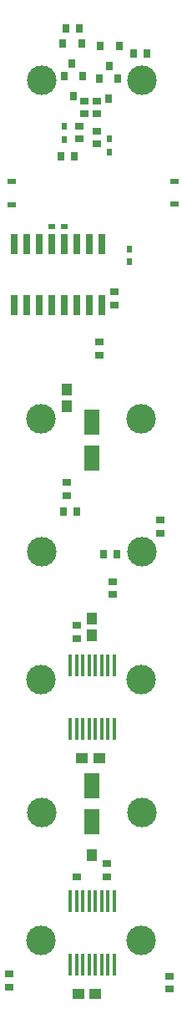
<source format=gtp>
G04 MADE WITH FRITZING*
G04 WWW.FRITZING.ORG*
G04 DOUBLE SIDED*
G04 HOLES PLATED*
G04 CONTOUR ON CENTER OF CONTOUR VECTOR*
%ASAXBY*%
%FSLAX23Y23*%
%MOIN*%
%OFA0B0*%
%SFA1.0B1.0*%
%ADD10C,0.118110*%
%ADD11R,0.035433X0.027559*%
%ADD12R,0.013780X0.086614*%
%ADD13R,0.062992X0.102362*%
%ADD14R,0.027559X0.035433*%
%ADD15R,0.019685X0.027559*%
%ADD16R,0.027559X0.019685*%
%ADD17R,0.026000X0.080000*%
%ADD18R,0.031496X0.035433*%
%ADD19R,0.032677X0.024803*%
%ADD20R,0.047244X0.043307*%
%ADD21R,0.043307X0.047244*%
%ADD22R,0.001000X0.001000*%
%LNPASTEMASK1*%
G90*
G70*
G54D10*
X191Y3687D03*
X191Y3687D03*
X591Y1804D03*
X591Y1804D03*
X590Y2334D03*
X590Y2334D03*
X591Y764D03*
X591Y764D03*
X590Y1294D03*
X590Y1294D03*
X590Y254D03*
X590Y254D03*
X190Y254D03*
X190Y254D03*
X191Y764D03*
X191Y764D03*
X190Y1294D03*
X190Y1294D03*
X191Y1804D03*
X191Y1804D03*
X190Y2334D03*
X190Y2334D03*
X591Y3687D03*
X591Y3687D03*
G54D11*
X331Y509D03*
X331Y1511D03*
X331Y1459D03*
G54D12*
X306Y159D03*
X331Y159D03*
X356Y159D03*
X381Y159D03*
X406Y159D03*
X431Y159D03*
X456Y159D03*
X481Y159D03*
X481Y411D03*
X456Y411D03*
X431Y411D03*
X406Y411D03*
X381Y411D03*
X356Y411D03*
X331Y411D03*
X306Y411D03*
G54D13*
X391Y729D03*
X391Y871D03*
X391Y2179D03*
X391Y2321D03*
G54D14*
X289Y3891D03*
X341Y3891D03*
G54D11*
X411Y3551D03*
X411Y3602D03*
G54D15*
X541Y2961D03*
X541Y3012D03*
G54D16*
X282Y3101D03*
X231Y3101D03*
G54D11*
X666Y1931D03*
X666Y1879D03*
G54D17*
X81Y2789D03*
X131Y2789D03*
X181Y2789D03*
X231Y2789D03*
X281Y2789D03*
X331Y2789D03*
X381Y2789D03*
X431Y2789D03*
X431Y3031D03*
X381Y3031D03*
X331Y3031D03*
X281Y3031D03*
X231Y3031D03*
X181Y3031D03*
X131Y3031D03*
X81Y3031D03*
G54D14*
X611Y3791D03*
X559Y3791D03*
G54D18*
X501Y3821D03*
X426Y3821D03*
X463Y3742D03*
X495Y3691D03*
X421Y3691D03*
X458Y3612D03*
G54D11*
X481Y2841D03*
X481Y2789D03*
G54D15*
X461Y3451D03*
X461Y3399D03*
G54D18*
X351Y3831D03*
X276Y3831D03*
X313Y3752D03*
X355Y3701D03*
X281Y3701D03*
X318Y3622D03*
G54D11*
X341Y3451D03*
X341Y3502D03*
X361Y3551D03*
X361Y3602D03*
G54D14*
X321Y3381D03*
X269Y3381D03*
G54D15*
X281Y3501D03*
X281Y3449D03*
G54D11*
X411Y3482D03*
X411Y3431D03*
G54D12*
X306Y1099D03*
X331Y1099D03*
X356Y1099D03*
X381Y1099D03*
X406Y1099D03*
X431Y1099D03*
X456Y1099D03*
X481Y1099D03*
X481Y1351D03*
X456Y1351D03*
X431Y1351D03*
X406Y1351D03*
X381Y1351D03*
X356Y1351D03*
X331Y1351D03*
X306Y1351D03*
G54D11*
X291Y2081D03*
X291Y2029D03*
X421Y2641D03*
X421Y2589D03*
G54D14*
X279Y1966D03*
X331Y1966D03*
X491Y1796D03*
X439Y1796D03*
G54D11*
X451Y561D03*
X451Y509D03*
X701Y61D03*
X701Y112D03*
X61Y69D03*
X61Y121D03*
X476Y1686D03*
X476Y1634D03*
G54D19*
X721Y3281D03*
X721Y3191D03*
X71Y3281D03*
X71Y3190D03*
G54D20*
X406Y41D03*
X339Y41D03*
X421Y981D03*
X354Y981D03*
G54D21*
X291Y2451D03*
X291Y2384D03*
X391Y596D03*
X391Y1538D03*
X391Y1471D03*
G54D22*
D02*
G04 End of PasteMask1*
M02*
</source>
